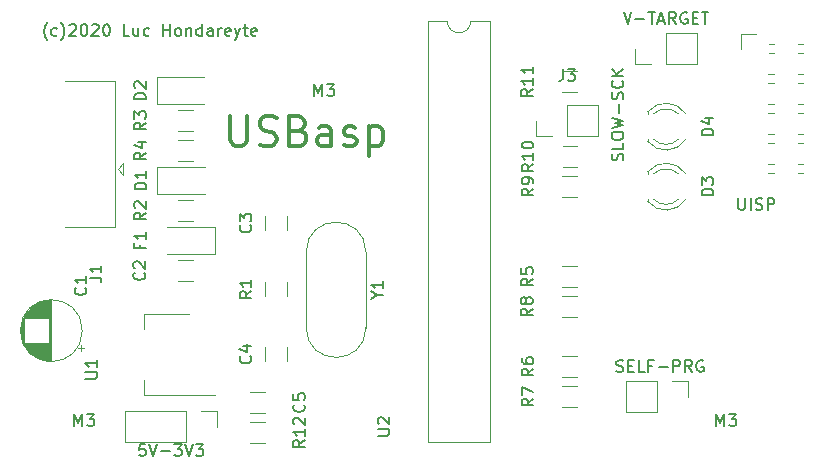
<source format=gbr>
G04 #@! TF.GenerationSoftware,KiCad,Pcbnew,(5.1.5-0-10_14)*
G04 #@! TF.CreationDate,2020-05-14T12:08:37+02:00*
G04 #@! TF.ProjectId,usbasp,75736261-7370-42e6-9b69-6361645f7063,rev?*
G04 #@! TF.SameCoordinates,Original*
G04 #@! TF.FileFunction,Legend,Top*
G04 #@! TF.FilePolarity,Positive*
%FSLAX46Y46*%
G04 Gerber Fmt 4.6, Leading zero omitted, Abs format (unit mm)*
G04 Created by KiCad (PCBNEW (5.1.5-0-10_14)) date 2020-05-14 12:08:37*
%MOMM*%
%LPD*%
G04 APERTURE LIST*
%ADD10C,0.300000*%
%ADD11C,0.150000*%
%ADD12C,0.120000*%
G04 APERTURE END LIST*
D10*
X123111428Y-43842952D02*
X123111428Y-45866761D01*
X123230476Y-46104857D01*
X123349523Y-46223904D01*
X123587619Y-46342952D01*
X124063809Y-46342952D01*
X124301904Y-46223904D01*
X124420952Y-46104857D01*
X124540000Y-45866761D01*
X124540000Y-43842952D01*
X125611428Y-46223904D02*
X125968571Y-46342952D01*
X126563809Y-46342952D01*
X126801904Y-46223904D01*
X126920952Y-46104857D01*
X127040000Y-45866761D01*
X127040000Y-45628666D01*
X126920952Y-45390571D01*
X126801904Y-45271523D01*
X126563809Y-45152476D01*
X126087619Y-45033428D01*
X125849523Y-44914380D01*
X125730476Y-44795333D01*
X125611428Y-44557238D01*
X125611428Y-44319142D01*
X125730476Y-44081047D01*
X125849523Y-43962000D01*
X126087619Y-43842952D01*
X126682857Y-43842952D01*
X127040000Y-43962000D01*
X128944761Y-45033428D02*
X129301904Y-45152476D01*
X129420952Y-45271523D01*
X129540000Y-45509619D01*
X129540000Y-45866761D01*
X129420952Y-46104857D01*
X129301904Y-46223904D01*
X129063809Y-46342952D01*
X128111428Y-46342952D01*
X128111428Y-43842952D01*
X128944761Y-43842952D01*
X129182857Y-43962000D01*
X129301904Y-44081047D01*
X129420952Y-44319142D01*
X129420952Y-44557238D01*
X129301904Y-44795333D01*
X129182857Y-44914380D01*
X128944761Y-45033428D01*
X128111428Y-45033428D01*
X131682857Y-46342952D02*
X131682857Y-45033428D01*
X131563809Y-44795333D01*
X131325714Y-44676285D01*
X130849523Y-44676285D01*
X130611428Y-44795333D01*
X131682857Y-46223904D02*
X131444761Y-46342952D01*
X130849523Y-46342952D01*
X130611428Y-46223904D01*
X130492380Y-45985809D01*
X130492380Y-45747714D01*
X130611428Y-45509619D01*
X130849523Y-45390571D01*
X131444761Y-45390571D01*
X131682857Y-45271523D01*
X132754285Y-46223904D02*
X132992380Y-46342952D01*
X133468571Y-46342952D01*
X133706666Y-46223904D01*
X133825714Y-45985809D01*
X133825714Y-45866761D01*
X133706666Y-45628666D01*
X133468571Y-45509619D01*
X133111428Y-45509619D01*
X132873333Y-45390571D01*
X132754285Y-45152476D01*
X132754285Y-45033428D01*
X132873333Y-44795333D01*
X133111428Y-44676285D01*
X133468571Y-44676285D01*
X133706666Y-44795333D01*
X134897142Y-44676285D02*
X134897142Y-47176285D01*
X134897142Y-44795333D02*
X135135238Y-44676285D01*
X135611428Y-44676285D01*
X135849523Y-44795333D01*
X135968571Y-44914380D01*
X136087619Y-45152476D01*
X136087619Y-45866761D01*
X135968571Y-46104857D01*
X135849523Y-46223904D01*
X135611428Y-46342952D01*
X135135238Y-46342952D01*
X134897142Y-46223904D01*
D11*
X107641523Y-37409333D02*
X107593904Y-37361714D01*
X107498666Y-37218857D01*
X107451047Y-37123619D01*
X107403428Y-36980761D01*
X107355809Y-36742666D01*
X107355809Y-36552190D01*
X107403428Y-36314095D01*
X107451047Y-36171238D01*
X107498666Y-36076000D01*
X107593904Y-35933142D01*
X107641523Y-35885523D01*
X108451047Y-36980761D02*
X108355809Y-37028380D01*
X108165333Y-37028380D01*
X108070095Y-36980761D01*
X108022476Y-36933142D01*
X107974857Y-36837904D01*
X107974857Y-36552190D01*
X108022476Y-36456952D01*
X108070095Y-36409333D01*
X108165333Y-36361714D01*
X108355809Y-36361714D01*
X108451047Y-36409333D01*
X108784380Y-37409333D02*
X108832000Y-37361714D01*
X108927238Y-37218857D01*
X108974857Y-37123619D01*
X109022476Y-36980761D01*
X109070095Y-36742666D01*
X109070095Y-36552190D01*
X109022476Y-36314095D01*
X108974857Y-36171238D01*
X108927238Y-36076000D01*
X108832000Y-35933142D01*
X108784380Y-35885523D01*
X109498666Y-36123619D02*
X109546285Y-36076000D01*
X109641523Y-36028380D01*
X109879619Y-36028380D01*
X109974857Y-36076000D01*
X110022476Y-36123619D01*
X110070095Y-36218857D01*
X110070095Y-36314095D01*
X110022476Y-36456952D01*
X109451047Y-37028380D01*
X110070095Y-37028380D01*
X110689142Y-36028380D02*
X110784380Y-36028380D01*
X110879619Y-36076000D01*
X110927238Y-36123619D01*
X110974857Y-36218857D01*
X111022476Y-36409333D01*
X111022476Y-36647428D01*
X110974857Y-36837904D01*
X110927238Y-36933142D01*
X110879619Y-36980761D01*
X110784380Y-37028380D01*
X110689142Y-37028380D01*
X110593904Y-36980761D01*
X110546285Y-36933142D01*
X110498666Y-36837904D01*
X110451047Y-36647428D01*
X110451047Y-36409333D01*
X110498666Y-36218857D01*
X110546285Y-36123619D01*
X110593904Y-36076000D01*
X110689142Y-36028380D01*
X111403428Y-36123619D02*
X111451047Y-36076000D01*
X111546285Y-36028380D01*
X111784380Y-36028380D01*
X111879619Y-36076000D01*
X111927238Y-36123619D01*
X111974857Y-36218857D01*
X111974857Y-36314095D01*
X111927238Y-36456952D01*
X111355809Y-37028380D01*
X111974857Y-37028380D01*
X112593904Y-36028380D02*
X112689142Y-36028380D01*
X112784380Y-36076000D01*
X112832000Y-36123619D01*
X112879619Y-36218857D01*
X112927238Y-36409333D01*
X112927238Y-36647428D01*
X112879619Y-36837904D01*
X112832000Y-36933142D01*
X112784380Y-36980761D01*
X112689142Y-37028380D01*
X112593904Y-37028380D01*
X112498666Y-36980761D01*
X112451047Y-36933142D01*
X112403428Y-36837904D01*
X112355809Y-36647428D01*
X112355809Y-36409333D01*
X112403428Y-36218857D01*
X112451047Y-36123619D01*
X112498666Y-36076000D01*
X112593904Y-36028380D01*
X114593904Y-37028380D02*
X114117714Y-37028380D01*
X114117714Y-36028380D01*
X115355809Y-36361714D02*
X115355809Y-37028380D01*
X114927238Y-36361714D02*
X114927238Y-36885523D01*
X114974857Y-36980761D01*
X115070095Y-37028380D01*
X115212952Y-37028380D01*
X115308190Y-36980761D01*
X115355809Y-36933142D01*
X116260571Y-36980761D02*
X116165333Y-37028380D01*
X115974857Y-37028380D01*
X115879619Y-36980761D01*
X115832000Y-36933142D01*
X115784380Y-36837904D01*
X115784380Y-36552190D01*
X115832000Y-36456952D01*
X115879619Y-36409333D01*
X115974857Y-36361714D01*
X116165333Y-36361714D01*
X116260571Y-36409333D01*
X117451047Y-37028380D02*
X117451047Y-36028380D01*
X117451047Y-36504571D02*
X118022476Y-36504571D01*
X118022476Y-37028380D02*
X118022476Y-36028380D01*
X118641523Y-37028380D02*
X118546285Y-36980761D01*
X118498666Y-36933142D01*
X118451047Y-36837904D01*
X118451047Y-36552190D01*
X118498666Y-36456952D01*
X118546285Y-36409333D01*
X118641523Y-36361714D01*
X118784380Y-36361714D01*
X118879619Y-36409333D01*
X118927238Y-36456952D01*
X118974857Y-36552190D01*
X118974857Y-36837904D01*
X118927238Y-36933142D01*
X118879619Y-36980761D01*
X118784380Y-37028380D01*
X118641523Y-37028380D01*
X119403428Y-36361714D02*
X119403428Y-37028380D01*
X119403428Y-36456952D02*
X119451047Y-36409333D01*
X119546285Y-36361714D01*
X119689142Y-36361714D01*
X119784380Y-36409333D01*
X119832000Y-36504571D01*
X119832000Y-37028380D01*
X120736761Y-37028380D02*
X120736761Y-36028380D01*
X120736761Y-36980761D02*
X120641523Y-37028380D01*
X120451047Y-37028380D01*
X120355809Y-36980761D01*
X120308190Y-36933142D01*
X120260571Y-36837904D01*
X120260571Y-36552190D01*
X120308190Y-36456952D01*
X120355809Y-36409333D01*
X120451047Y-36361714D01*
X120641523Y-36361714D01*
X120736761Y-36409333D01*
X121641523Y-37028380D02*
X121641523Y-36504571D01*
X121593904Y-36409333D01*
X121498666Y-36361714D01*
X121308190Y-36361714D01*
X121212952Y-36409333D01*
X121641523Y-36980761D02*
X121546285Y-37028380D01*
X121308190Y-37028380D01*
X121212952Y-36980761D01*
X121165333Y-36885523D01*
X121165333Y-36790285D01*
X121212952Y-36695047D01*
X121308190Y-36647428D01*
X121546285Y-36647428D01*
X121641523Y-36599809D01*
X122117714Y-37028380D02*
X122117714Y-36361714D01*
X122117714Y-36552190D02*
X122165333Y-36456952D01*
X122212952Y-36409333D01*
X122308190Y-36361714D01*
X122403428Y-36361714D01*
X123117714Y-36980761D02*
X123022476Y-37028380D01*
X122832000Y-37028380D01*
X122736761Y-36980761D01*
X122689142Y-36885523D01*
X122689142Y-36504571D01*
X122736761Y-36409333D01*
X122832000Y-36361714D01*
X123022476Y-36361714D01*
X123117714Y-36409333D01*
X123165333Y-36504571D01*
X123165333Y-36599809D01*
X122689142Y-36695047D01*
X123498666Y-36361714D02*
X123736761Y-37028380D01*
X123974857Y-36361714D02*
X123736761Y-37028380D01*
X123641523Y-37266476D01*
X123593904Y-37314095D01*
X123498666Y-37361714D01*
X124212952Y-36361714D02*
X124593904Y-36361714D01*
X124355809Y-36028380D02*
X124355809Y-36885523D01*
X124403428Y-36980761D01*
X124498666Y-37028380D01*
X124593904Y-37028380D01*
X125308190Y-36980761D02*
X125212952Y-37028380D01*
X125022476Y-37028380D01*
X124927238Y-36980761D01*
X124879619Y-36885523D01*
X124879619Y-36504571D01*
X124927238Y-36409333D01*
X125022476Y-36361714D01*
X125212952Y-36361714D01*
X125308190Y-36409333D01*
X125355809Y-36504571D01*
X125355809Y-36599809D01*
X124879619Y-36695047D01*
D12*
X152494064Y-46334000D02*
X151289936Y-46334000D01*
X152494064Y-48154000D02*
X151289936Y-48154000D01*
X124837436Y-71522000D02*
X126041564Y-71522000D01*
X124837436Y-69702000D02*
X126041564Y-69702000D01*
X171222929Y-37720000D02*
X171620000Y-37720000D01*
X171222929Y-38480000D02*
X171620000Y-38480000D01*
X168750000Y-37720000D02*
X169137071Y-37720000D01*
X168750000Y-38480000D02*
X169137071Y-38480000D01*
X171222929Y-40260000D02*
X171620000Y-40260000D01*
X171222929Y-41020000D02*
X171620000Y-41020000D01*
X168682929Y-40260000D02*
X169137071Y-40260000D01*
X168682929Y-41020000D02*
X169137071Y-41020000D01*
X171222929Y-42800000D02*
X171620000Y-42800000D01*
X171222929Y-43560000D02*
X171620000Y-43560000D01*
X168682929Y-42800000D02*
X169137071Y-42800000D01*
X168682929Y-43560000D02*
X169137071Y-43560000D01*
X171222929Y-45340000D02*
X171620000Y-45340000D01*
X171222929Y-46100000D02*
X171620000Y-46100000D01*
X168682929Y-45340000D02*
X169137071Y-45340000D01*
X168682929Y-46100000D02*
X169137071Y-46100000D01*
X171222929Y-47880000D02*
X171620000Y-47880000D01*
X171222929Y-48640000D02*
X171620000Y-48640000D01*
X168682929Y-47880000D02*
X169137071Y-47880000D01*
X168682929Y-48640000D02*
X169137071Y-48640000D01*
X166370000Y-38100000D02*
X166370000Y-36830000D01*
X166370000Y-36830000D02*
X167640000Y-36830000D01*
X109100000Y-53170000D02*
X113360000Y-53170000D01*
X113360000Y-53170000D02*
X113360000Y-40850000D01*
X113360000Y-40850000D02*
X109100000Y-40850000D01*
X113580000Y-48260000D02*
X114080000Y-48760000D01*
X114080000Y-48760000D02*
X114080000Y-47760000D01*
X114080000Y-47760000D02*
X113580000Y-48260000D01*
X143494000Y-35754000D02*
G75*
G02X141494000Y-35754000I-1000000J0D01*
G01*
X141494000Y-35754000D02*
X139844000Y-35754000D01*
X139844000Y-35754000D02*
X139844000Y-71434000D01*
X139844000Y-71434000D02*
X145144000Y-71434000D01*
X145144000Y-71434000D02*
X145144000Y-35754000D01*
X145144000Y-35754000D02*
X143494000Y-35754000D01*
X115844000Y-60598000D02*
X115844000Y-61858000D01*
X115844000Y-67418000D02*
X115844000Y-66158000D01*
X119604000Y-60598000D02*
X115844000Y-60598000D01*
X121854000Y-67418000D02*
X115844000Y-67418000D01*
X158460000Y-45784000D02*
X158460000Y-45940000D01*
X158460000Y-43468000D02*
X158460000Y-43624000D01*
X161061130Y-45783837D02*
G75*
G02X158979039Y-45784000I-1041130J1079837D01*
G01*
X161061130Y-43624163D02*
G75*
G03X158979039Y-43624000I-1041130J-1079837D01*
G01*
X161692335Y-45782608D02*
G75*
G02X158460000Y-45939516I-1672335J1078608D01*
G01*
X161692335Y-43625392D02*
G75*
G03X158460000Y-43468484I-1672335J-1078608D01*
G01*
X157420000Y-39430000D02*
X157420000Y-38100000D01*
X158750000Y-39430000D02*
X157420000Y-39430000D01*
X160020000Y-39430000D02*
X160020000Y-36770000D01*
X160020000Y-36770000D02*
X162620000Y-36770000D01*
X160020000Y-39430000D02*
X162620000Y-39430000D01*
X162620000Y-39430000D02*
X162620000Y-36770000D01*
X121980000Y-68774000D02*
X121980000Y-70104000D01*
X120650000Y-68774000D02*
X121980000Y-68774000D01*
X119380000Y-68774000D02*
X119380000Y-71434000D01*
X119380000Y-71434000D02*
X114240000Y-71434000D01*
X119380000Y-68774000D02*
X114240000Y-68774000D01*
X114240000Y-68774000D02*
X114240000Y-71434000D01*
X161858000Y-66234000D02*
X161858000Y-67564000D01*
X160528000Y-66234000D02*
X161858000Y-66234000D01*
X159258000Y-66234000D02*
X159258000Y-68894000D01*
X159258000Y-68894000D02*
X156658000Y-68894000D01*
X159258000Y-66234000D02*
X156658000Y-66234000D01*
X156658000Y-66234000D02*
X156658000Y-68894000D01*
X149038000Y-45526000D02*
X149038000Y-44196000D01*
X150368000Y-45526000D02*
X149038000Y-45526000D01*
X151638000Y-45526000D02*
X151638000Y-42866000D01*
X151638000Y-42866000D02*
X154238000Y-42866000D01*
X151638000Y-45526000D02*
X154238000Y-45526000D01*
X154238000Y-45526000D02*
X154238000Y-42866000D01*
X121803500Y-53221000D02*
X117743500Y-53221000D01*
X121803500Y-55491000D02*
X121803500Y-53221000D01*
X117743500Y-55491000D02*
X121803500Y-55491000D01*
X110590000Y-61976000D02*
G75*
G03X110590000Y-61976000I-2620000J0D01*
G01*
X107970000Y-64556000D02*
X107970000Y-59396000D01*
X107930000Y-64556000D02*
X107930000Y-59396000D01*
X107890000Y-64555000D02*
X107890000Y-59397000D01*
X107850000Y-64554000D02*
X107850000Y-59398000D01*
X107810000Y-64552000D02*
X107810000Y-59400000D01*
X107770000Y-64549000D02*
X107770000Y-59403000D01*
X107730000Y-64545000D02*
X107730000Y-63016000D01*
X107730000Y-60936000D02*
X107730000Y-59407000D01*
X107690000Y-64541000D02*
X107690000Y-63016000D01*
X107690000Y-60936000D02*
X107690000Y-59411000D01*
X107650000Y-64537000D02*
X107650000Y-63016000D01*
X107650000Y-60936000D02*
X107650000Y-59415000D01*
X107610000Y-64532000D02*
X107610000Y-63016000D01*
X107610000Y-60936000D02*
X107610000Y-59420000D01*
X107570000Y-64526000D02*
X107570000Y-63016000D01*
X107570000Y-60936000D02*
X107570000Y-59426000D01*
X107530000Y-64519000D02*
X107530000Y-63016000D01*
X107530000Y-60936000D02*
X107530000Y-59433000D01*
X107490000Y-64512000D02*
X107490000Y-63016000D01*
X107490000Y-60936000D02*
X107490000Y-59440000D01*
X107450000Y-64504000D02*
X107450000Y-63016000D01*
X107450000Y-60936000D02*
X107450000Y-59448000D01*
X107410000Y-64496000D02*
X107410000Y-63016000D01*
X107410000Y-60936000D02*
X107410000Y-59456000D01*
X107370000Y-64487000D02*
X107370000Y-63016000D01*
X107370000Y-60936000D02*
X107370000Y-59465000D01*
X107330000Y-64477000D02*
X107330000Y-63016000D01*
X107330000Y-60936000D02*
X107330000Y-59475000D01*
X107290000Y-64467000D02*
X107290000Y-63016000D01*
X107290000Y-60936000D02*
X107290000Y-59485000D01*
X107249000Y-64456000D02*
X107249000Y-63016000D01*
X107249000Y-60936000D02*
X107249000Y-59496000D01*
X107209000Y-64444000D02*
X107209000Y-63016000D01*
X107209000Y-60936000D02*
X107209000Y-59508000D01*
X107169000Y-64431000D02*
X107169000Y-63016000D01*
X107169000Y-60936000D02*
X107169000Y-59521000D01*
X107129000Y-64418000D02*
X107129000Y-63016000D01*
X107129000Y-60936000D02*
X107129000Y-59534000D01*
X107089000Y-64404000D02*
X107089000Y-63016000D01*
X107089000Y-60936000D02*
X107089000Y-59548000D01*
X107049000Y-64390000D02*
X107049000Y-63016000D01*
X107049000Y-60936000D02*
X107049000Y-59562000D01*
X107009000Y-64374000D02*
X107009000Y-63016000D01*
X107009000Y-60936000D02*
X107009000Y-59578000D01*
X106969000Y-64358000D02*
X106969000Y-63016000D01*
X106969000Y-60936000D02*
X106969000Y-59594000D01*
X106929000Y-64341000D02*
X106929000Y-63016000D01*
X106929000Y-60936000D02*
X106929000Y-59611000D01*
X106889000Y-64324000D02*
X106889000Y-63016000D01*
X106889000Y-60936000D02*
X106889000Y-59628000D01*
X106849000Y-64305000D02*
X106849000Y-63016000D01*
X106849000Y-60936000D02*
X106849000Y-59647000D01*
X106809000Y-64286000D02*
X106809000Y-63016000D01*
X106809000Y-60936000D02*
X106809000Y-59666000D01*
X106769000Y-64266000D02*
X106769000Y-63016000D01*
X106769000Y-60936000D02*
X106769000Y-59686000D01*
X106729000Y-64244000D02*
X106729000Y-63016000D01*
X106729000Y-60936000D02*
X106729000Y-59708000D01*
X106689000Y-64223000D02*
X106689000Y-63016000D01*
X106689000Y-60936000D02*
X106689000Y-59729000D01*
X106649000Y-64200000D02*
X106649000Y-63016000D01*
X106649000Y-60936000D02*
X106649000Y-59752000D01*
X106609000Y-64176000D02*
X106609000Y-63016000D01*
X106609000Y-60936000D02*
X106609000Y-59776000D01*
X106569000Y-64151000D02*
X106569000Y-63016000D01*
X106569000Y-60936000D02*
X106569000Y-59801000D01*
X106529000Y-64125000D02*
X106529000Y-63016000D01*
X106529000Y-60936000D02*
X106529000Y-59827000D01*
X106489000Y-64098000D02*
X106489000Y-63016000D01*
X106489000Y-60936000D02*
X106489000Y-59854000D01*
X106449000Y-64071000D02*
X106449000Y-63016000D01*
X106449000Y-60936000D02*
X106449000Y-59881000D01*
X106409000Y-64041000D02*
X106409000Y-63016000D01*
X106409000Y-60936000D02*
X106409000Y-59911000D01*
X106369000Y-64011000D02*
X106369000Y-63016000D01*
X106369000Y-60936000D02*
X106369000Y-59941000D01*
X106329000Y-63980000D02*
X106329000Y-63016000D01*
X106329000Y-60936000D02*
X106329000Y-59972000D01*
X106289000Y-63947000D02*
X106289000Y-63016000D01*
X106289000Y-60936000D02*
X106289000Y-60005000D01*
X106249000Y-63913000D02*
X106249000Y-63016000D01*
X106249000Y-60936000D02*
X106249000Y-60039000D01*
X106209000Y-63877000D02*
X106209000Y-63016000D01*
X106209000Y-60936000D02*
X106209000Y-60075000D01*
X106169000Y-63840000D02*
X106169000Y-63016000D01*
X106169000Y-60936000D02*
X106169000Y-60112000D01*
X106129000Y-63802000D02*
X106129000Y-63016000D01*
X106129000Y-60936000D02*
X106129000Y-60150000D01*
X106089000Y-63761000D02*
X106089000Y-63016000D01*
X106089000Y-60936000D02*
X106089000Y-60191000D01*
X106049000Y-63719000D02*
X106049000Y-63016000D01*
X106049000Y-60936000D02*
X106049000Y-60233000D01*
X106009000Y-63675000D02*
X106009000Y-63016000D01*
X106009000Y-60936000D02*
X106009000Y-60277000D01*
X105969000Y-63629000D02*
X105969000Y-63016000D01*
X105969000Y-60936000D02*
X105969000Y-60323000D01*
X105929000Y-63581000D02*
X105929000Y-63016000D01*
X105929000Y-60936000D02*
X105929000Y-60371000D01*
X105889000Y-63530000D02*
X105889000Y-63016000D01*
X105889000Y-60936000D02*
X105889000Y-60422000D01*
X105849000Y-63476000D02*
X105849000Y-63016000D01*
X105849000Y-60936000D02*
X105849000Y-60476000D01*
X105809000Y-63419000D02*
X105809000Y-63016000D01*
X105809000Y-60936000D02*
X105809000Y-60533000D01*
X105769000Y-63359000D02*
X105769000Y-63016000D01*
X105769000Y-60936000D02*
X105769000Y-60593000D01*
X105729000Y-63295000D02*
X105729000Y-63016000D01*
X105729000Y-60936000D02*
X105729000Y-60657000D01*
X105689000Y-63227000D02*
X105689000Y-63016000D01*
X105689000Y-60936000D02*
X105689000Y-60725000D01*
X105649000Y-63154000D02*
X105649000Y-60798000D01*
X105609000Y-63074000D02*
X105609000Y-60878000D01*
X105569000Y-62987000D02*
X105569000Y-60965000D01*
X105529000Y-62891000D02*
X105529000Y-61061000D01*
X105489000Y-62781000D02*
X105489000Y-61171000D01*
X105449000Y-62653000D02*
X105449000Y-61299000D01*
X105409000Y-62494000D02*
X105409000Y-61458000D01*
X105369000Y-62260000D02*
X105369000Y-61692000D01*
X110774775Y-63451000D02*
X110274775Y-63451000D01*
X110524775Y-63701000D02*
X110524775Y-63201000D01*
X118741436Y-55986000D02*
X119945564Y-55986000D01*
X118741436Y-57806000D02*
X119945564Y-57806000D01*
X127910000Y-52266436D02*
X127910000Y-53470564D01*
X126090000Y-52266436D02*
X126090000Y-53470564D01*
X127910000Y-64573564D02*
X127910000Y-63369436D01*
X126090000Y-64573564D02*
X126090000Y-63369436D01*
X126041564Y-67162000D02*
X124837436Y-67162000D01*
X126041564Y-68982000D02*
X124837436Y-68982000D01*
X120980000Y-48141000D02*
X116920000Y-48141000D01*
X116920000Y-48141000D02*
X116920000Y-50411000D01*
X116920000Y-50411000D02*
X120980000Y-50411000D01*
X116883500Y-42791000D02*
X120943500Y-42791000D01*
X116883500Y-40521000D02*
X116883500Y-42791000D01*
X120943500Y-40521000D02*
X116883500Y-40521000D01*
X161692335Y-48705392D02*
G75*
G03X158460000Y-48548484I-1672335J-1078608D01*
G01*
X161692335Y-50862608D02*
G75*
G02X158460000Y-51019516I-1672335J1078608D01*
G01*
X161061130Y-48704163D02*
G75*
G03X158979039Y-48704000I-1041130J-1079837D01*
G01*
X161061130Y-50863837D02*
G75*
G02X158979039Y-50864000I-1041130J1079837D01*
G01*
X158460000Y-48548000D02*
X158460000Y-48704000D01*
X158460000Y-50864000D02*
X158460000Y-51020000D01*
X127910000Y-57854436D02*
X127910000Y-59058564D01*
X126090000Y-57854436D02*
X126090000Y-59058564D01*
X119945564Y-50906000D02*
X118741436Y-50906000D01*
X119945564Y-52726000D02*
X118741436Y-52726000D01*
X118741436Y-45106000D02*
X119945564Y-45106000D01*
X118741436Y-43286000D02*
X119945564Y-43286000D01*
X118741436Y-45826000D02*
X119945564Y-45826000D01*
X118741436Y-47646000D02*
X119945564Y-47646000D01*
X151253436Y-56494000D02*
X152457564Y-56494000D01*
X151253436Y-58314000D02*
X152457564Y-58314000D01*
X152457564Y-65934000D02*
X151253436Y-65934000D01*
X152457564Y-64114000D02*
X151253436Y-64114000D01*
X152457564Y-66654000D02*
X151253436Y-66654000D01*
X152457564Y-68474000D02*
X151253436Y-68474000D01*
X152457564Y-59034000D02*
X151253436Y-59034000D01*
X152457564Y-60854000D02*
X151253436Y-60854000D01*
X152457564Y-48874000D02*
X151253436Y-48874000D01*
X152457564Y-50694000D02*
X151253436Y-50694000D01*
X152457564Y-41804000D02*
X151253436Y-41804000D01*
X152457564Y-39984000D02*
X151253436Y-39984000D01*
X134605000Y-55320000D02*
X134605000Y-61720000D01*
X129555000Y-55320000D02*
X129555000Y-61720000D01*
X129555000Y-55320000D02*
G75*
G02X134605000Y-55320000I2525000J0D01*
G01*
X129555000Y-61720000D02*
G75*
G03X134605000Y-61720000I2525000J0D01*
G01*
D11*
X148788380Y-47886857D02*
X148312190Y-48220190D01*
X148788380Y-48458285D02*
X147788380Y-48458285D01*
X147788380Y-48077333D01*
X147836000Y-47982095D01*
X147883619Y-47934476D01*
X147978857Y-47886857D01*
X148121714Y-47886857D01*
X148216952Y-47934476D01*
X148264571Y-47982095D01*
X148312190Y-48077333D01*
X148312190Y-48458285D01*
X148788380Y-46934476D02*
X148788380Y-47505904D01*
X148788380Y-47220190D02*
X147788380Y-47220190D01*
X147931238Y-47315428D01*
X148026476Y-47410666D01*
X148074095Y-47505904D01*
X147788380Y-46315428D02*
X147788380Y-46220190D01*
X147836000Y-46124952D01*
X147883619Y-46077333D01*
X147978857Y-46029714D01*
X148169333Y-45982095D01*
X148407428Y-45982095D01*
X148597904Y-46029714D01*
X148693142Y-46077333D01*
X148740761Y-46124952D01*
X148788380Y-46220190D01*
X148788380Y-46315428D01*
X148740761Y-46410666D01*
X148693142Y-46458285D01*
X148597904Y-46505904D01*
X148407428Y-46553523D01*
X148169333Y-46553523D01*
X147978857Y-46505904D01*
X147883619Y-46458285D01*
X147836000Y-46410666D01*
X147788380Y-46315428D01*
X129447880Y-71254857D02*
X128971690Y-71588190D01*
X129447880Y-71826285D02*
X128447880Y-71826285D01*
X128447880Y-71445333D01*
X128495500Y-71350095D01*
X128543119Y-71302476D01*
X128638357Y-71254857D01*
X128781214Y-71254857D01*
X128876452Y-71302476D01*
X128924071Y-71350095D01*
X128971690Y-71445333D01*
X128971690Y-71826285D01*
X129447880Y-70302476D02*
X129447880Y-70873904D01*
X129447880Y-70588190D02*
X128447880Y-70588190D01*
X128590738Y-70683428D01*
X128685976Y-70778666D01*
X128733595Y-70873904D01*
X128543119Y-69921523D02*
X128495500Y-69873904D01*
X128447880Y-69778666D01*
X128447880Y-69540571D01*
X128495500Y-69445333D01*
X128543119Y-69397714D01*
X128638357Y-69350095D01*
X128733595Y-69350095D01*
X128876452Y-69397714D01*
X129447880Y-69969142D01*
X129447880Y-69350095D01*
X166140000Y-50760380D02*
X166140000Y-51569904D01*
X166187619Y-51665142D01*
X166235238Y-51712761D01*
X166330476Y-51760380D01*
X166520952Y-51760380D01*
X166616190Y-51712761D01*
X166663809Y-51665142D01*
X166711428Y-51569904D01*
X166711428Y-50760380D01*
X167187619Y-51760380D02*
X167187619Y-50760380D01*
X167616190Y-51712761D02*
X167759047Y-51760380D01*
X167997142Y-51760380D01*
X168092380Y-51712761D01*
X168140000Y-51665142D01*
X168187619Y-51569904D01*
X168187619Y-51474666D01*
X168140000Y-51379428D01*
X168092380Y-51331809D01*
X167997142Y-51284190D01*
X167806666Y-51236571D01*
X167711428Y-51188952D01*
X167663809Y-51141333D01*
X167616190Y-51046095D01*
X167616190Y-50950857D01*
X167663809Y-50855619D01*
X167711428Y-50808000D01*
X167806666Y-50760380D01*
X168044761Y-50760380D01*
X168187619Y-50808000D01*
X168616190Y-51760380D02*
X168616190Y-50760380D01*
X168997142Y-50760380D01*
X169092380Y-50808000D01*
X169140000Y-50855619D01*
X169187619Y-50950857D01*
X169187619Y-51093714D01*
X169140000Y-51188952D01*
X169092380Y-51236571D01*
X168997142Y-51284190D01*
X168616190Y-51284190D01*
X111212380Y-57483333D02*
X111926666Y-57483333D01*
X112069523Y-57530952D01*
X112164761Y-57626190D01*
X112212380Y-57769047D01*
X112212380Y-57864285D01*
X112212380Y-56483333D02*
X112212380Y-57054761D01*
X112212380Y-56769047D02*
X111212380Y-56769047D01*
X111355238Y-56864285D01*
X111450476Y-56959523D01*
X111498095Y-57054761D01*
X164290476Y-70048380D02*
X164290476Y-69048380D01*
X164623809Y-69762666D01*
X164957142Y-69048380D01*
X164957142Y-70048380D01*
X165338095Y-69048380D02*
X165957142Y-69048380D01*
X165623809Y-69429333D01*
X165766666Y-69429333D01*
X165861904Y-69476952D01*
X165909523Y-69524571D01*
X165957142Y-69619809D01*
X165957142Y-69857904D01*
X165909523Y-69953142D01*
X165861904Y-70000761D01*
X165766666Y-70048380D01*
X165480952Y-70048380D01*
X165385714Y-70000761D01*
X165338095Y-69953142D01*
X130254476Y-42108380D02*
X130254476Y-41108380D01*
X130587809Y-41822666D01*
X130921142Y-41108380D01*
X130921142Y-42108380D01*
X131302095Y-41108380D02*
X131921142Y-41108380D01*
X131587809Y-41489333D01*
X131730666Y-41489333D01*
X131825904Y-41536952D01*
X131873523Y-41584571D01*
X131921142Y-41679809D01*
X131921142Y-41917904D01*
X131873523Y-42013142D01*
X131825904Y-42060761D01*
X131730666Y-42108380D01*
X131444952Y-42108380D01*
X131349714Y-42060761D01*
X131302095Y-42013142D01*
X109934476Y-70048380D02*
X109934476Y-69048380D01*
X110267809Y-69762666D01*
X110601142Y-69048380D01*
X110601142Y-70048380D01*
X110982095Y-69048380D02*
X111601142Y-69048380D01*
X111267809Y-69429333D01*
X111410666Y-69429333D01*
X111505904Y-69476952D01*
X111553523Y-69524571D01*
X111601142Y-69619809D01*
X111601142Y-69857904D01*
X111553523Y-69953142D01*
X111505904Y-70000761D01*
X111410666Y-70048380D01*
X111124952Y-70048380D01*
X111029714Y-70000761D01*
X110982095Y-69953142D01*
X135596380Y-70865904D02*
X136405904Y-70865904D01*
X136501142Y-70818285D01*
X136548761Y-70770666D01*
X136596380Y-70675428D01*
X136596380Y-70484952D01*
X136548761Y-70389714D01*
X136501142Y-70342095D01*
X136405904Y-70294476D01*
X135596380Y-70294476D01*
X135691619Y-69865904D02*
X135644000Y-69818285D01*
X135596380Y-69723047D01*
X135596380Y-69484952D01*
X135644000Y-69389714D01*
X135691619Y-69342095D01*
X135786857Y-69294476D01*
X135882095Y-69294476D01*
X136024952Y-69342095D01*
X136596380Y-69913523D01*
X136596380Y-69294476D01*
X110856380Y-66039904D02*
X111665904Y-66039904D01*
X111761142Y-65992285D01*
X111808761Y-65944666D01*
X111856380Y-65849428D01*
X111856380Y-65658952D01*
X111808761Y-65563714D01*
X111761142Y-65516095D01*
X111665904Y-65468476D01*
X110856380Y-65468476D01*
X111856380Y-64468476D02*
X111856380Y-65039904D01*
X111856380Y-64754190D02*
X110856380Y-64754190D01*
X110999238Y-64849428D01*
X111094476Y-64944666D01*
X111142095Y-65039904D01*
X164028380Y-45442095D02*
X163028380Y-45442095D01*
X163028380Y-45204000D01*
X163076000Y-45061142D01*
X163171238Y-44965904D01*
X163266476Y-44918285D01*
X163456952Y-44870666D01*
X163599809Y-44870666D01*
X163790285Y-44918285D01*
X163885523Y-44965904D01*
X163980761Y-45061142D01*
X164028380Y-45204000D01*
X164028380Y-45442095D01*
X163361714Y-44013523D02*
X164028380Y-44013523D01*
X162980761Y-44251619D02*
X163695047Y-44489714D01*
X163695047Y-43870666D01*
X156424761Y-35012380D02*
X156758095Y-36012380D01*
X157091428Y-35012380D01*
X157424761Y-35631428D02*
X158186666Y-35631428D01*
X158520000Y-35012380D02*
X159091428Y-35012380D01*
X158805714Y-36012380D02*
X158805714Y-35012380D01*
X159377142Y-35726666D02*
X159853333Y-35726666D01*
X159281904Y-36012380D02*
X159615238Y-35012380D01*
X159948571Y-36012380D01*
X160853333Y-36012380D02*
X160520000Y-35536190D01*
X160281904Y-36012380D02*
X160281904Y-35012380D01*
X160662857Y-35012380D01*
X160758095Y-35060000D01*
X160805714Y-35107619D01*
X160853333Y-35202857D01*
X160853333Y-35345714D01*
X160805714Y-35440952D01*
X160758095Y-35488571D01*
X160662857Y-35536190D01*
X160281904Y-35536190D01*
X161805714Y-35060000D02*
X161710476Y-35012380D01*
X161567619Y-35012380D01*
X161424761Y-35060000D01*
X161329523Y-35155238D01*
X161281904Y-35250476D01*
X161234285Y-35440952D01*
X161234285Y-35583809D01*
X161281904Y-35774285D01*
X161329523Y-35869523D01*
X161424761Y-35964761D01*
X161567619Y-36012380D01*
X161662857Y-36012380D01*
X161805714Y-35964761D01*
X161853333Y-35917142D01*
X161853333Y-35583809D01*
X161662857Y-35583809D01*
X162281904Y-35488571D02*
X162615238Y-35488571D01*
X162758095Y-36012380D02*
X162281904Y-36012380D01*
X162281904Y-35012380D01*
X162758095Y-35012380D01*
X163043809Y-35012380D02*
X163615238Y-35012380D01*
X163329523Y-36012380D02*
X163329523Y-35012380D01*
X115919523Y-71588380D02*
X115443333Y-71588380D01*
X115395714Y-72064571D01*
X115443333Y-72016952D01*
X115538571Y-71969333D01*
X115776666Y-71969333D01*
X115871904Y-72016952D01*
X115919523Y-72064571D01*
X115967142Y-72159809D01*
X115967142Y-72397904D01*
X115919523Y-72493142D01*
X115871904Y-72540761D01*
X115776666Y-72588380D01*
X115538571Y-72588380D01*
X115443333Y-72540761D01*
X115395714Y-72493142D01*
X116252857Y-71588380D02*
X116586190Y-72588380D01*
X116919523Y-71588380D01*
X117252857Y-72207428D02*
X118014761Y-72207428D01*
X118395714Y-71588380D02*
X119014761Y-71588380D01*
X118681428Y-71969333D01*
X118824285Y-71969333D01*
X118919523Y-72016952D01*
X118967142Y-72064571D01*
X119014761Y-72159809D01*
X119014761Y-72397904D01*
X118967142Y-72493142D01*
X118919523Y-72540761D01*
X118824285Y-72588380D01*
X118538571Y-72588380D01*
X118443333Y-72540761D01*
X118395714Y-72493142D01*
X119300476Y-71588380D02*
X119633809Y-72588380D01*
X119967142Y-71588380D01*
X120205238Y-71588380D02*
X120824285Y-71588380D01*
X120490952Y-71969333D01*
X120633809Y-71969333D01*
X120729047Y-72016952D01*
X120776666Y-72064571D01*
X120824285Y-72159809D01*
X120824285Y-72397904D01*
X120776666Y-72493142D01*
X120729047Y-72540761D01*
X120633809Y-72588380D01*
X120348095Y-72588380D01*
X120252857Y-72540761D01*
X120205238Y-72493142D01*
X155821523Y-65428761D02*
X155964380Y-65476380D01*
X156202476Y-65476380D01*
X156297714Y-65428761D01*
X156345333Y-65381142D01*
X156392952Y-65285904D01*
X156392952Y-65190666D01*
X156345333Y-65095428D01*
X156297714Y-65047809D01*
X156202476Y-65000190D01*
X156012000Y-64952571D01*
X155916761Y-64904952D01*
X155869142Y-64857333D01*
X155821523Y-64762095D01*
X155821523Y-64666857D01*
X155869142Y-64571619D01*
X155916761Y-64524000D01*
X156012000Y-64476380D01*
X156250095Y-64476380D01*
X156392952Y-64524000D01*
X156821523Y-64952571D02*
X157154857Y-64952571D01*
X157297714Y-65476380D02*
X156821523Y-65476380D01*
X156821523Y-64476380D01*
X157297714Y-64476380D01*
X158202476Y-65476380D02*
X157726285Y-65476380D01*
X157726285Y-64476380D01*
X158869142Y-64952571D02*
X158535809Y-64952571D01*
X158535809Y-65476380D02*
X158535809Y-64476380D01*
X159012000Y-64476380D01*
X159392952Y-65095428D02*
X160154857Y-65095428D01*
X160631047Y-65476380D02*
X160631047Y-64476380D01*
X161012000Y-64476380D01*
X161107238Y-64524000D01*
X161154857Y-64571619D01*
X161202476Y-64666857D01*
X161202476Y-64809714D01*
X161154857Y-64904952D01*
X161107238Y-64952571D01*
X161012000Y-65000190D01*
X160631047Y-65000190D01*
X162202476Y-65476380D02*
X161869142Y-65000190D01*
X161631047Y-65476380D02*
X161631047Y-64476380D01*
X162012000Y-64476380D01*
X162107238Y-64524000D01*
X162154857Y-64571619D01*
X162202476Y-64666857D01*
X162202476Y-64809714D01*
X162154857Y-64904952D01*
X162107238Y-64952571D01*
X162012000Y-65000190D01*
X161631047Y-65000190D01*
X163154857Y-64524000D02*
X163059619Y-64476380D01*
X162916761Y-64476380D01*
X162773904Y-64524000D01*
X162678666Y-64619238D01*
X162631047Y-64714476D01*
X162583428Y-64904952D01*
X162583428Y-65047809D01*
X162631047Y-65238285D01*
X162678666Y-65333523D01*
X162773904Y-65428761D01*
X162916761Y-65476380D01*
X163012000Y-65476380D01*
X163154857Y-65428761D01*
X163202476Y-65381142D01*
X163202476Y-65047809D01*
X163012000Y-65047809D01*
X151304666Y-39838380D02*
X151304666Y-40552666D01*
X151257047Y-40695523D01*
X151161809Y-40790761D01*
X151018952Y-40838380D01*
X150923714Y-40838380D01*
X151685619Y-39838380D02*
X152304666Y-39838380D01*
X151971333Y-40219333D01*
X152114190Y-40219333D01*
X152209428Y-40266952D01*
X152257047Y-40314571D01*
X152304666Y-40409809D01*
X152304666Y-40647904D01*
X152257047Y-40743142D01*
X152209428Y-40790761D01*
X152114190Y-40838380D01*
X151828476Y-40838380D01*
X151733238Y-40790761D01*
X151685619Y-40743142D01*
X156360761Y-47568952D02*
X156408380Y-47426095D01*
X156408380Y-47188000D01*
X156360761Y-47092761D01*
X156313142Y-47045142D01*
X156217904Y-46997523D01*
X156122666Y-46997523D01*
X156027428Y-47045142D01*
X155979809Y-47092761D01*
X155932190Y-47188000D01*
X155884571Y-47378476D01*
X155836952Y-47473714D01*
X155789333Y-47521333D01*
X155694095Y-47568952D01*
X155598857Y-47568952D01*
X155503619Y-47521333D01*
X155456000Y-47473714D01*
X155408380Y-47378476D01*
X155408380Y-47140380D01*
X155456000Y-46997523D01*
X156408380Y-46092761D02*
X156408380Y-46568952D01*
X155408380Y-46568952D01*
X155408380Y-45568952D02*
X155408380Y-45378476D01*
X155456000Y-45283238D01*
X155551238Y-45188000D01*
X155741714Y-45140380D01*
X156075047Y-45140380D01*
X156265523Y-45188000D01*
X156360761Y-45283238D01*
X156408380Y-45378476D01*
X156408380Y-45568952D01*
X156360761Y-45664190D01*
X156265523Y-45759428D01*
X156075047Y-45807047D01*
X155741714Y-45807047D01*
X155551238Y-45759428D01*
X155456000Y-45664190D01*
X155408380Y-45568952D01*
X155408380Y-44807047D02*
X156408380Y-44568952D01*
X155694095Y-44378476D01*
X156408380Y-44188000D01*
X155408380Y-43949904D01*
X156027428Y-43568952D02*
X156027428Y-42807047D01*
X156360761Y-42378476D02*
X156408380Y-42235619D01*
X156408380Y-41997523D01*
X156360761Y-41902285D01*
X156313142Y-41854666D01*
X156217904Y-41807047D01*
X156122666Y-41807047D01*
X156027428Y-41854666D01*
X155979809Y-41902285D01*
X155932190Y-41997523D01*
X155884571Y-42188000D01*
X155836952Y-42283238D01*
X155789333Y-42330857D01*
X155694095Y-42378476D01*
X155598857Y-42378476D01*
X155503619Y-42330857D01*
X155456000Y-42283238D01*
X155408380Y-42188000D01*
X155408380Y-41949904D01*
X155456000Y-41807047D01*
X156313142Y-40807047D02*
X156360761Y-40854666D01*
X156408380Y-40997523D01*
X156408380Y-41092761D01*
X156360761Y-41235619D01*
X156265523Y-41330857D01*
X156170285Y-41378476D01*
X155979809Y-41426095D01*
X155836952Y-41426095D01*
X155646476Y-41378476D01*
X155551238Y-41330857D01*
X155456000Y-41235619D01*
X155408380Y-41092761D01*
X155408380Y-40997523D01*
X155456000Y-40854666D01*
X155503619Y-40807047D01*
X156408380Y-40378476D02*
X155408380Y-40378476D01*
X156408380Y-39807047D02*
X155836952Y-40235619D01*
X155408380Y-39807047D02*
X155979809Y-40378476D01*
X115462071Y-54689333D02*
X115462071Y-55022666D01*
X115985880Y-55022666D02*
X114985880Y-55022666D01*
X114985880Y-54546476D01*
X115985880Y-53641714D02*
X115985880Y-54213142D01*
X115985880Y-53927428D02*
X114985880Y-53927428D01*
X115128738Y-54022666D01*
X115223976Y-54117904D01*
X115271595Y-54213142D01*
X110847142Y-58332666D02*
X110894761Y-58380285D01*
X110942380Y-58523142D01*
X110942380Y-58618380D01*
X110894761Y-58761238D01*
X110799523Y-58856476D01*
X110704285Y-58904095D01*
X110513809Y-58951714D01*
X110370952Y-58951714D01*
X110180476Y-58904095D01*
X110085238Y-58856476D01*
X109990000Y-58761238D01*
X109942380Y-58618380D01*
X109942380Y-58523142D01*
X109990000Y-58380285D01*
X110037619Y-58332666D01*
X110942380Y-57380285D02*
X110942380Y-57951714D01*
X110942380Y-57666000D02*
X109942380Y-57666000D01*
X110085238Y-57761238D01*
X110180476Y-57856476D01*
X110228095Y-57951714D01*
X115835641Y-57062666D02*
X115883260Y-57110285D01*
X115930879Y-57253142D01*
X115930879Y-57348380D01*
X115883260Y-57491238D01*
X115788022Y-57586476D01*
X115692784Y-57634095D01*
X115502308Y-57681714D01*
X115359451Y-57681714D01*
X115168975Y-57634095D01*
X115073737Y-57586476D01*
X114978499Y-57491238D01*
X114930879Y-57348380D01*
X114930879Y-57253142D01*
X114978499Y-57110285D01*
X115026118Y-57062666D01*
X115026118Y-56681714D02*
X114978499Y-56634095D01*
X114930879Y-56538857D01*
X114930879Y-56300761D01*
X114978499Y-56205523D01*
X115026118Y-56157904D01*
X115121356Y-56110285D01*
X115216594Y-56110285D01*
X115359451Y-56157904D01*
X115930879Y-56729333D01*
X115930879Y-56110285D01*
X124817142Y-53035166D02*
X124864761Y-53082785D01*
X124912380Y-53225642D01*
X124912380Y-53320880D01*
X124864761Y-53463738D01*
X124769523Y-53558976D01*
X124674285Y-53606595D01*
X124483809Y-53654214D01*
X124340952Y-53654214D01*
X124150476Y-53606595D01*
X124055238Y-53558976D01*
X123960000Y-53463738D01*
X123912380Y-53320880D01*
X123912380Y-53225642D01*
X123960000Y-53082785D01*
X124007619Y-53035166D01*
X123912380Y-52701833D02*
X123912380Y-52082785D01*
X124293333Y-52416119D01*
X124293333Y-52273261D01*
X124340952Y-52178023D01*
X124388571Y-52130404D01*
X124483809Y-52082785D01*
X124721904Y-52082785D01*
X124817142Y-52130404D01*
X124864761Y-52178023D01*
X124912380Y-52273261D01*
X124912380Y-52558976D01*
X124864761Y-52654214D01*
X124817142Y-52701833D01*
X124817142Y-64138166D02*
X124864761Y-64185785D01*
X124912380Y-64328642D01*
X124912380Y-64423880D01*
X124864761Y-64566738D01*
X124769523Y-64661976D01*
X124674285Y-64709595D01*
X124483809Y-64757214D01*
X124340952Y-64757214D01*
X124150476Y-64709595D01*
X124055238Y-64661976D01*
X123960000Y-64566738D01*
X123912380Y-64423880D01*
X123912380Y-64328642D01*
X123960000Y-64185785D01*
X124007619Y-64138166D01*
X124245714Y-63281023D02*
X124912380Y-63281023D01*
X123864761Y-63519119D02*
X124579047Y-63757214D01*
X124579047Y-63138166D01*
X129352642Y-68238666D02*
X129400261Y-68286285D01*
X129447880Y-68429142D01*
X129447880Y-68524380D01*
X129400261Y-68667238D01*
X129305023Y-68762476D01*
X129209785Y-68810095D01*
X129019309Y-68857714D01*
X128876452Y-68857714D01*
X128685976Y-68810095D01*
X128590738Y-68762476D01*
X128495500Y-68667238D01*
X128447880Y-68524380D01*
X128447880Y-68429142D01*
X128495500Y-68286285D01*
X128543119Y-68238666D01*
X128447880Y-67333904D02*
X128447880Y-67810095D01*
X128924071Y-67857714D01*
X128876452Y-67810095D01*
X128828833Y-67714857D01*
X128828833Y-67476761D01*
X128876452Y-67381523D01*
X128924071Y-67333904D01*
X129019309Y-67286285D01*
X129257404Y-67286285D01*
X129352642Y-67333904D01*
X129400261Y-67381523D01*
X129447880Y-67476761D01*
X129447880Y-67714857D01*
X129400261Y-67810095D01*
X129352642Y-67857714D01*
X116022380Y-50014095D02*
X115022380Y-50014095D01*
X115022380Y-49776000D01*
X115070000Y-49633142D01*
X115165238Y-49537904D01*
X115260476Y-49490285D01*
X115450952Y-49442666D01*
X115593809Y-49442666D01*
X115784285Y-49490285D01*
X115879523Y-49537904D01*
X115974761Y-49633142D01*
X116022380Y-49776000D01*
X116022380Y-50014095D01*
X116022380Y-48490285D02*
X116022380Y-49061714D01*
X116022380Y-48776000D02*
X115022380Y-48776000D01*
X115165238Y-48871238D01*
X115260476Y-48966476D01*
X115308095Y-49061714D01*
X115985880Y-42394095D02*
X114985880Y-42394095D01*
X114985880Y-42156000D01*
X115033500Y-42013142D01*
X115128738Y-41917904D01*
X115223976Y-41870285D01*
X115414452Y-41822666D01*
X115557309Y-41822666D01*
X115747785Y-41870285D01*
X115843023Y-41917904D01*
X115938261Y-42013142D01*
X115985880Y-42156000D01*
X115985880Y-42394095D01*
X115081119Y-41441714D02*
X115033500Y-41394095D01*
X114985880Y-41298857D01*
X114985880Y-41060761D01*
X115033500Y-40965523D01*
X115081119Y-40917904D01*
X115176357Y-40870285D01*
X115271595Y-40870285D01*
X115414452Y-40917904D01*
X115985880Y-41489333D01*
X115985880Y-40870285D01*
X164028380Y-50522095D02*
X163028380Y-50522095D01*
X163028380Y-50284000D01*
X163076000Y-50141142D01*
X163171238Y-50045904D01*
X163266476Y-49998285D01*
X163456952Y-49950666D01*
X163599809Y-49950666D01*
X163790285Y-49998285D01*
X163885523Y-50045904D01*
X163980761Y-50141142D01*
X164028380Y-50284000D01*
X164028380Y-50522095D01*
X163028380Y-49617333D02*
X163028380Y-48998285D01*
X163409333Y-49331619D01*
X163409333Y-49188761D01*
X163456952Y-49093523D01*
X163504571Y-49045904D01*
X163599809Y-48998285D01*
X163837904Y-48998285D01*
X163933142Y-49045904D01*
X163980761Y-49093523D01*
X164028380Y-49188761D01*
X164028380Y-49474476D01*
X163980761Y-49569714D01*
X163933142Y-49617333D01*
X124912380Y-58623166D02*
X124436190Y-58956500D01*
X124912380Y-59194595D02*
X123912380Y-59194595D01*
X123912380Y-58813642D01*
X123960000Y-58718404D01*
X124007619Y-58670785D01*
X124102857Y-58623166D01*
X124245714Y-58623166D01*
X124340952Y-58670785D01*
X124388571Y-58718404D01*
X124436190Y-58813642D01*
X124436190Y-59194595D01*
X124912380Y-57670785D02*
X124912380Y-58242214D01*
X124912380Y-57956500D02*
X123912380Y-57956500D01*
X124055238Y-58051738D01*
X124150476Y-58146976D01*
X124198095Y-58242214D01*
X115985880Y-51982666D02*
X115509690Y-52316000D01*
X115985880Y-52554095D02*
X114985880Y-52554095D01*
X114985880Y-52173142D01*
X115033500Y-52077904D01*
X115081119Y-52030285D01*
X115176357Y-51982666D01*
X115319214Y-51982666D01*
X115414452Y-52030285D01*
X115462071Y-52077904D01*
X115509690Y-52173142D01*
X115509690Y-52554095D01*
X115081119Y-51601714D02*
X115033500Y-51554095D01*
X114985880Y-51458857D01*
X114985880Y-51220761D01*
X115033500Y-51125523D01*
X115081119Y-51077904D01*
X115176357Y-51030285D01*
X115271595Y-51030285D01*
X115414452Y-51077904D01*
X115985880Y-51649333D01*
X115985880Y-51030285D01*
X115985880Y-44362666D02*
X115509690Y-44696000D01*
X115985880Y-44934095D02*
X114985880Y-44934095D01*
X114985880Y-44553142D01*
X115033500Y-44457904D01*
X115081119Y-44410285D01*
X115176357Y-44362666D01*
X115319214Y-44362666D01*
X115414452Y-44410285D01*
X115462071Y-44457904D01*
X115509690Y-44553142D01*
X115509690Y-44934095D01*
X114985880Y-44029333D02*
X114985880Y-43410285D01*
X115366833Y-43743619D01*
X115366833Y-43600761D01*
X115414452Y-43505523D01*
X115462071Y-43457904D01*
X115557309Y-43410285D01*
X115795404Y-43410285D01*
X115890642Y-43457904D01*
X115938261Y-43505523D01*
X115985880Y-43600761D01*
X115985880Y-43886476D01*
X115938261Y-43981714D01*
X115890642Y-44029333D01*
X115985880Y-46902666D02*
X115509690Y-47236000D01*
X115985880Y-47474095D02*
X114985880Y-47474095D01*
X114985880Y-47093142D01*
X115033500Y-46997904D01*
X115081119Y-46950285D01*
X115176357Y-46902666D01*
X115319214Y-46902666D01*
X115414452Y-46950285D01*
X115462071Y-46997904D01*
X115509690Y-47093142D01*
X115509690Y-47474095D01*
X115319214Y-46045523D02*
X115985880Y-46045523D01*
X114938261Y-46283619D02*
X115652547Y-46521714D01*
X115652547Y-45902666D01*
X148751880Y-57570666D02*
X148275690Y-57904000D01*
X148751880Y-58142095D02*
X147751880Y-58142095D01*
X147751880Y-57761142D01*
X147799500Y-57665904D01*
X147847119Y-57618285D01*
X147942357Y-57570666D01*
X148085214Y-57570666D01*
X148180452Y-57618285D01*
X148228071Y-57665904D01*
X148275690Y-57761142D01*
X148275690Y-58142095D01*
X147751880Y-56665904D02*
X147751880Y-57142095D01*
X148228071Y-57189714D01*
X148180452Y-57142095D01*
X148132833Y-57046857D01*
X148132833Y-56808761D01*
X148180452Y-56713523D01*
X148228071Y-56665904D01*
X148323309Y-56618285D01*
X148561404Y-56618285D01*
X148656642Y-56665904D01*
X148704261Y-56713523D01*
X148751880Y-56808761D01*
X148751880Y-57046857D01*
X148704261Y-57142095D01*
X148656642Y-57189714D01*
X148788380Y-65190666D02*
X148312190Y-65524000D01*
X148788380Y-65762095D02*
X147788380Y-65762095D01*
X147788380Y-65381142D01*
X147836000Y-65285904D01*
X147883619Y-65238285D01*
X147978857Y-65190666D01*
X148121714Y-65190666D01*
X148216952Y-65238285D01*
X148264571Y-65285904D01*
X148312190Y-65381142D01*
X148312190Y-65762095D01*
X147788380Y-64333523D02*
X147788380Y-64524000D01*
X147836000Y-64619238D01*
X147883619Y-64666857D01*
X148026476Y-64762095D01*
X148216952Y-64809714D01*
X148597904Y-64809714D01*
X148693142Y-64762095D01*
X148740761Y-64714476D01*
X148788380Y-64619238D01*
X148788380Y-64428761D01*
X148740761Y-64333523D01*
X148693142Y-64285904D01*
X148597904Y-64238285D01*
X148359809Y-64238285D01*
X148264571Y-64285904D01*
X148216952Y-64333523D01*
X148169333Y-64428761D01*
X148169333Y-64619238D01*
X148216952Y-64714476D01*
X148264571Y-64762095D01*
X148359809Y-64809714D01*
X148788380Y-67730666D02*
X148312190Y-68064000D01*
X148788380Y-68302095D02*
X147788380Y-68302095D01*
X147788380Y-67921142D01*
X147836000Y-67825904D01*
X147883619Y-67778285D01*
X147978857Y-67730666D01*
X148121714Y-67730666D01*
X148216952Y-67778285D01*
X148264571Y-67825904D01*
X148312190Y-67921142D01*
X148312190Y-68302095D01*
X147788380Y-67397333D02*
X147788380Y-66730666D01*
X148788380Y-67159238D01*
X148715380Y-60110666D02*
X148239190Y-60444000D01*
X148715380Y-60682095D02*
X147715380Y-60682095D01*
X147715380Y-60301142D01*
X147763000Y-60205904D01*
X147810619Y-60158285D01*
X147905857Y-60110666D01*
X148048714Y-60110666D01*
X148143952Y-60158285D01*
X148191571Y-60205904D01*
X148239190Y-60301142D01*
X148239190Y-60682095D01*
X148143952Y-59539238D02*
X148096333Y-59634476D01*
X148048714Y-59682095D01*
X147953476Y-59729714D01*
X147905857Y-59729714D01*
X147810619Y-59682095D01*
X147763000Y-59634476D01*
X147715380Y-59539238D01*
X147715380Y-59348761D01*
X147763000Y-59253523D01*
X147810619Y-59205904D01*
X147905857Y-59158285D01*
X147953476Y-59158285D01*
X148048714Y-59205904D01*
X148096333Y-59253523D01*
X148143952Y-59348761D01*
X148143952Y-59539238D01*
X148191571Y-59634476D01*
X148239190Y-59682095D01*
X148334428Y-59729714D01*
X148524904Y-59729714D01*
X148620142Y-59682095D01*
X148667761Y-59634476D01*
X148715380Y-59539238D01*
X148715380Y-59348761D01*
X148667761Y-59253523D01*
X148620142Y-59205904D01*
X148524904Y-59158285D01*
X148334428Y-59158285D01*
X148239190Y-59205904D01*
X148191571Y-59253523D01*
X148143952Y-59348761D01*
X148788380Y-49950666D02*
X148312190Y-50284000D01*
X148788380Y-50522095D02*
X147788380Y-50522095D01*
X147788380Y-50141142D01*
X147836000Y-50045904D01*
X147883619Y-49998285D01*
X147978857Y-49950666D01*
X148121714Y-49950666D01*
X148216952Y-49998285D01*
X148264571Y-50045904D01*
X148312190Y-50141142D01*
X148312190Y-50522095D01*
X148788380Y-49474476D02*
X148788380Y-49284000D01*
X148740761Y-49188761D01*
X148693142Y-49141142D01*
X148550285Y-49045904D01*
X148359809Y-48998285D01*
X147978857Y-48998285D01*
X147883619Y-49045904D01*
X147836000Y-49093523D01*
X147788380Y-49188761D01*
X147788380Y-49379238D01*
X147836000Y-49474476D01*
X147883619Y-49522095D01*
X147978857Y-49569714D01*
X148216952Y-49569714D01*
X148312190Y-49522095D01*
X148359809Y-49474476D01*
X148407428Y-49379238D01*
X148407428Y-49188761D01*
X148359809Y-49093523D01*
X148312190Y-49045904D01*
X148216952Y-48998285D01*
X148751880Y-41536857D02*
X148275690Y-41870190D01*
X148751880Y-42108285D02*
X147751880Y-42108285D01*
X147751880Y-41727333D01*
X147799500Y-41632095D01*
X147847119Y-41584476D01*
X147942357Y-41536857D01*
X148085214Y-41536857D01*
X148180452Y-41584476D01*
X148228071Y-41632095D01*
X148275690Y-41727333D01*
X148275690Y-42108285D01*
X148751880Y-40584476D02*
X148751880Y-41155904D01*
X148751880Y-40870190D02*
X147751880Y-40870190D01*
X147894738Y-40965428D01*
X147989976Y-41060666D01*
X148037595Y-41155904D01*
X148751880Y-39632095D02*
X148751880Y-40203523D01*
X148751880Y-39917809D02*
X147751880Y-39917809D01*
X147894738Y-40013047D01*
X147989976Y-40108285D01*
X148037595Y-40203523D01*
X135581190Y-58996190D02*
X136057380Y-58996190D01*
X135057380Y-59329523D02*
X135581190Y-58996190D01*
X135057380Y-58662857D01*
X136057380Y-57805714D02*
X136057380Y-58377142D01*
X136057380Y-58091428D02*
X135057380Y-58091428D01*
X135200238Y-58186666D01*
X135295476Y-58281904D01*
X135343095Y-58377142D01*
M02*

</source>
